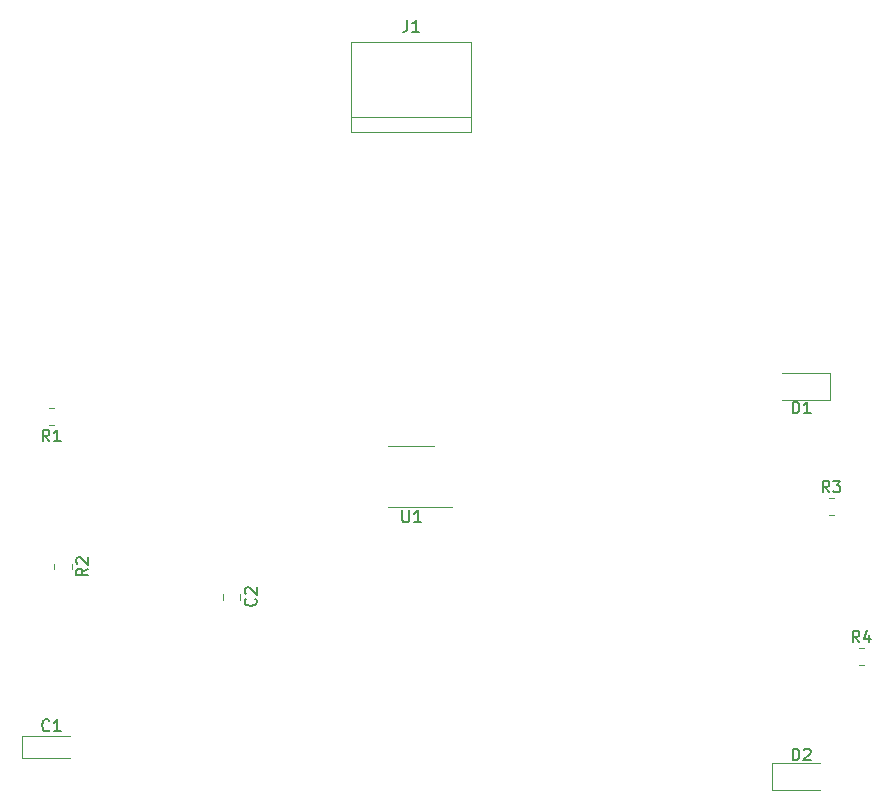
<source format=gbr>
%TF.GenerationSoftware,KiCad,Pcbnew,(6.0.10)*%
%TF.CreationDate,2023-02-16T14:21:37-08:00*%
%TF.ProjectId,project1_2,70726f6a-6563-4743-915f-322e6b696361,rev?*%
%TF.SameCoordinates,Original*%
%TF.FileFunction,Legend,Top*%
%TF.FilePolarity,Positive*%
%FSLAX46Y46*%
G04 Gerber Fmt 4.6, Leading zero omitted, Abs format (unit mm)*
G04 Created by KiCad (PCBNEW (6.0.10)) date 2023-02-16 14:21:37*
%MOMM*%
%LPD*%
G01*
G04 APERTURE LIST*
%ADD10C,0.150000*%
%ADD11C,0.120000*%
G04 APERTURE END LIST*
D10*
%TO.C,C2*%
X136657142Y-89066666D02*
X136704761Y-89114285D01*
X136752380Y-89257142D01*
X136752380Y-89352380D01*
X136704761Y-89495238D01*
X136609523Y-89590476D01*
X136514285Y-89638095D01*
X136323809Y-89685714D01*
X136180952Y-89685714D01*
X135990476Y-89638095D01*
X135895238Y-89590476D01*
X135800000Y-89495238D01*
X135752380Y-89352380D01*
X135752380Y-89257142D01*
X135800000Y-89114285D01*
X135847619Y-89066666D01*
X135847619Y-88685714D02*
X135800000Y-88638095D01*
X135752380Y-88542857D01*
X135752380Y-88304761D01*
X135800000Y-88209523D01*
X135847619Y-88161904D01*
X135942857Y-88114285D01*
X136038095Y-88114285D01*
X136180952Y-88161904D01*
X136752380Y-88733333D01*
X136752380Y-88114285D01*
%TO.C,R3*%
X185243333Y-80082380D02*
X184910000Y-79606190D01*
X184671904Y-80082380D02*
X184671904Y-79082380D01*
X185052857Y-79082380D01*
X185148095Y-79130000D01*
X185195714Y-79177619D01*
X185243333Y-79272857D01*
X185243333Y-79415714D01*
X185195714Y-79510952D01*
X185148095Y-79558571D01*
X185052857Y-79606190D01*
X184671904Y-79606190D01*
X185576666Y-79082380D02*
X186195714Y-79082380D01*
X185862380Y-79463333D01*
X186005238Y-79463333D01*
X186100476Y-79510952D01*
X186148095Y-79558571D01*
X186195714Y-79653809D01*
X186195714Y-79891904D01*
X186148095Y-79987142D01*
X186100476Y-80034761D01*
X186005238Y-80082380D01*
X185719523Y-80082380D01*
X185624285Y-80034761D01*
X185576666Y-79987142D01*
%TO.C,U1*%
X149098095Y-81592380D02*
X149098095Y-82401904D01*
X149145714Y-82497142D01*
X149193333Y-82544761D01*
X149288571Y-82592380D01*
X149479047Y-82592380D01*
X149574285Y-82544761D01*
X149621904Y-82497142D01*
X149669523Y-82401904D01*
X149669523Y-81592380D01*
X150669523Y-82592380D02*
X150098095Y-82592380D01*
X150383809Y-82592380D02*
X150383809Y-81592380D01*
X150288571Y-81735238D01*
X150193333Y-81830476D01*
X150098095Y-81878095D01*
%TO.C,C1*%
X119213333Y-100207142D02*
X119165714Y-100254761D01*
X119022857Y-100302380D01*
X118927619Y-100302380D01*
X118784761Y-100254761D01*
X118689523Y-100159523D01*
X118641904Y-100064285D01*
X118594285Y-99873809D01*
X118594285Y-99730952D01*
X118641904Y-99540476D01*
X118689523Y-99445238D01*
X118784761Y-99350000D01*
X118927619Y-99302380D01*
X119022857Y-99302380D01*
X119165714Y-99350000D01*
X119213333Y-99397619D01*
X120165714Y-100302380D02*
X119594285Y-100302380D01*
X119880000Y-100302380D02*
X119880000Y-99302380D01*
X119784761Y-99445238D01*
X119689523Y-99540476D01*
X119594285Y-99588095D01*
%TO.C,J1*%
X149526666Y-40092380D02*
X149526666Y-40806666D01*
X149479047Y-40949523D01*
X149383809Y-41044761D01*
X149240952Y-41092380D01*
X149145714Y-41092380D01*
X150526666Y-41092380D02*
X149955238Y-41092380D01*
X150240952Y-41092380D02*
X150240952Y-40092380D01*
X150145714Y-40235238D01*
X150050476Y-40330476D01*
X149955238Y-40378095D01*
%TO.C,R1*%
X119213333Y-75762380D02*
X118880000Y-75286190D01*
X118641904Y-75762380D02*
X118641904Y-74762380D01*
X119022857Y-74762380D01*
X119118095Y-74810000D01*
X119165714Y-74857619D01*
X119213333Y-74952857D01*
X119213333Y-75095714D01*
X119165714Y-75190952D01*
X119118095Y-75238571D01*
X119022857Y-75286190D01*
X118641904Y-75286190D01*
X120165714Y-75762380D02*
X119594285Y-75762380D01*
X119880000Y-75762380D02*
X119880000Y-74762380D01*
X119784761Y-74905238D01*
X119689523Y-75000476D01*
X119594285Y-75048095D01*
%TO.C,D1*%
X182141904Y-73392380D02*
X182141904Y-72392380D01*
X182380000Y-72392380D01*
X182522857Y-72440000D01*
X182618095Y-72535238D01*
X182665714Y-72630476D01*
X182713333Y-72820952D01*
X182713333Y-72963809D01*
X182665714Y-73154285D01*
X182618095Y-73249523D01*
X182522857Y-73344761D01*
X182380000Y-73392380D01*
X182141904Y-73392380D01*
X183665714Y-73392380D02*
X183094285Y-73392380D01*
X183380000Y-73392380D02*
X183380000Y-72392380D01*
X183284761Y-72535238D01*
X183189523Y-72630476D01*
X183094285Y-72678095D01*
%TO.C,R2*%
X122482380Y-86526666D02*
X122006190Y-86860000D01*
X122482380Y-87098095D02*
X121482380Y-87098095D01*
X121482380Y-86717142D01*
X121530000Y-86621904D01*
X121577619Y-86574285D01*
X121672857Y-86526666D01*
X121815714Y-86526666D01*
X121910952Y-86574285D01*
X121958571Y-86621904D01*
X122006190Y-86717142D01*
X122006190Y-87098095D01*
X121577619Y-86145714D02*
X121530000Y-86098095D01*
X121482380Y-86002857D01*
X121482380Y-85764761D01*
X121530000Y-85669523D01*
X121577619Y-85621904D01*
X121672857Y-85574285D01*
X121768095Y-85574285D01*
X121910952Y-85621904D01*
X122482380Y-86193333D01*
X122482380Y-85574285D01*
%TO.C,D2*%
X182141904Y-102772380D02*
X182141904Y-101772380D01*
X182380000Y-101772380D01*
X182522857Y-101820000D01*
X182618095Y-101915238D01*
X182665714Y-102010476D01*
X182713333Y-102200952D01*
X182713333Y-102343809D01*
X182665714Y-102534285D01*
X182618095Y-102629523D01*
X182522857Y-102724761D01*
X182380000Y-102772380D01*
X182141904Y-102772380D01*
X183094285Y-101867619D02*
X183141904Y-101820000D01*
X183237142Y-101772380D01*
X183475238Y-101772380D01*
X183570476Y-101820000D01*
X183618095Y-101867619D01*
X183665714Y-101962857D01*
X183665714Y-102058095D01*
X183618095Y-102200952D01*
X183046666Y-102772380D01*
X183665714Y-102772380D01*
%TO.C,R4*%
X187793333Y-92782380D02*
X187460000Y-92306190D01*
X187221904Y-92782380D02*
X187221904Y-91782380D01*
X187602857Y-91782380D01*
X187698095Y-91830000D01*
X187745714Y-91877619D01*
X187793333Y-91972857D01*
X187793333Y-92115714D01*
X187745714Y-92210952D01*
X187698095Y-92258571D01*
X187602857Y-92306190D01*
X187221904Y-92306190D01*
X188650476Y-92115714D02*
X188650476Y-92782380D01*
X188412380Y-91734761D02*
X188174285Y-92449047D01*
X188793333Y-92449047D01*
D11*
%TO.C,C2*%
X135355000Y-88638748D02*
X135355000Y-89161252D01*
X133885000Y-88638748D02*
X133885000Y-89161252D01*
%TO.C,R3*%
X185182936Y-82015000D02*
X185637064Y-82015000D01*
X185182936Y-80545000D02*
X185637064Y-80545000D01*
%TO.C,U1*%
X149860000Y-76180000D02*
X147910000Y-76180000D01*
X149860000Y-81300000D02*
X147910000Y-81300000D01*
X149860000Y-76180000D02*
X151810000Y-76180000D01*
X149860000Y-81300000D02*
X153310000Y-81300000D01*
%TO.C,C1*%
X120980000Y-100665000D02*
X116895000Y-100665000D01*
X116895000Y-100665000D02*
X116895000Y-102535000D01*
X116895000Y-102535000D02*
X120980000Y-102535000D01*
%TO.C,J1*%
X154940000Y-49530000D02*
X154940000Y-41910000D01*
X144780000Y-49530000D02*
X154940000Y-49530000D01*
X154940000Y-48260000D02*
X144780000Y-48260000D01*
X144780000Y-41910000D02*
X144780000Y-49530000D01*
X154940000Y-41910000D02*
X144780000Y-41910000D01*
%TO.C,R1*%
X119607064Y-72925000D02*
X119152936Y-72925000D01*
X119607064Y-74395000D02*
X119152936Y-74395000D01*
%TO.C,D1*%
X185340000Y-72255000D02*
X185340000Y-69985000D01*
X181280000Y-72255000D02*
X185340000Y-72255000D01*
X185340000Y-69985000D02*
X181280000Y-69985000D01*
%TO.C,R2*%
X121115000Y-86132936D02*
X121115000Y-86587064D01*
X119645000Y-86132936D02*
X119645000Y-86587064D01*
%TO.C,D2*%
X180420000Y-105275000D02*
X184480000Y-105275000D01*
X180420000Y-103005000D02*
X180420000Y-105275000D01*
X184480000Y-103005000D02*
X180420000Y-103005000D01*
%TO.C,R4*%
X187732936Y-93245000D02*
X188187064Y-93245000D01*
X187732936Y-94715000D02*
X188187064Y-94715000D01*
%TD*%
M02*

</source>
